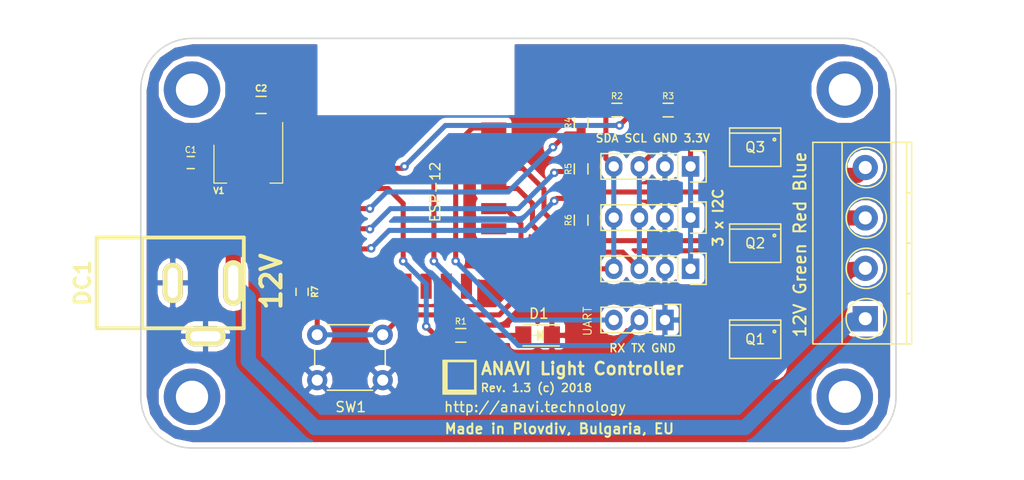
<source format=kicad_pcb>
(kicad_pcb (version 20211014) (generator pcbnew)
  (layers (0 "F.Cu" signal) (31 "B.Cu" signal) (34 "B.Paste" user) (35 "F.Paste" user) (36 "B.SilkS" user "B.Silkscreen") (37 "F.SilkS" user "F.Silkscreen") (38 "B.Mask" user) (39 "F.Mask" user) (44 "Edge.Cuts" user))
  (net 0 "")
  (net 1 "Net-(D1-Pad2)")
  (net 2 "GND")
  (net 3 "Net-(J1-Pad4)")
  (net 4 "Net-(J1-Pad3)")
  (net 5 "Net-(J1-Pad2)")
  (net 6 "+3V3")
  (net 7 "Net-(ESP-12-Pad13)")
  (net 8 "Net-(ESP-12-Pad14)")
  (net 9 "+12V")
  (net 10 "Net-(ESP-12-Pad5)")
  (net 11 "Net-(ESP-12-Pad6)")
  (net 12 "Net-(ESP-12-Pad7)")
  (net 13 "Net-(ESP-12-Pad15)")
  (net 14 "Net-(ESP-12-Pad16)")
  (net 15 "Net-(Q1-Pad4)")
  (net 16 "Net-(Q2-Pad4)")
  (net 17 "Net-(Q3-Pad4)")
  (net 18 "Net-(ESP-12-Pad4)")
  (net 19 "Net-(ESP-12-Pad12)")
  (footprint "w_conn_misc:dc_socket" (layer "F.Cu") (at 67.691 95.377 -90)
    (fp_text reference "DC1" (at 0 8.6995 -90) (layer "F.SilkS") (effects (font (size 1.524 1.524) (thickness 0.3048))))
    (fp_text value "dc_jack" hide)
    (fp_line (start -4.50088 7.29996) (end 4.50088 7.29996) (layer "F.SilkS") (width 0.381))
    (fp_line (start -4.50088 2.79908) (end 4.50088 2.79908) (layer "F.SilkS") (width 0.381))
    (fp_line (start -4.50088 -7.29996) (end -4.50088 7.29996) (layer "F.SilkS") (width 0.381))
    (fp_line (start 4.50088 7.29996) (end 4.50088 -7.29996) (layer "F.SilkS") (width 0.381))
    (fp_line (start 4.50088 -7.29996) (end -4.50088 -7.29996) (layer "F.SilkS") (width 0.381))
    (pad "1" thru_hole oval locked (at 5.30098 -3.50012 270) (size 1.99898 4.0005) (drill oval 1.00076 2.99974) (layers *.Cu *.Mask "F.SilkS") (net 2 "GND"))
    (pad "2" thru_hole oval locked (at 0 -0.24892 270) (size 4.0005 1.99898) (drill oval 2.99974 1.00076) (layers *.Cu *.Mask "F.SilkS") (net 2 "GND"))
    (pad "3" thru_hole oval locked (at 0 -6.25094 270) (size 4.50088 1.99898) (drill oval 3.50012 1.00076) (layers *.Cu *.Mask "F.SilkS") (net 9 "+12V"))
  )
  (footprint "LEDs:LED_1206" (layer "F.Cu") (at 104.14 100.584 180)
    (fp_text reference "D1" (at -0.127 2.159 180) (layer "F.SilkS"))
    (fp_text value "LED" hide)
    (fp_line (start -0.2 -0.2) (end -0.2 0.05) (layer "F.SilkS") (width 0.15))
    (fp_line (start -2.15 -1.05) (end 1.45 -1.05) (layer "F.SilkS") (width 0.15))
    (fp_line (start -2.15 1.05) (end 1.45 1.05) (layer "F.SilkS") (width 0.15))
    (fp_line (start 0 0.5) (end -0.5 0) (layer "F.SilkS") (width 0.15))
    (fp_line (start 0 -0.5) (end 0 0.5) (layer "F.SilkS") (width 0.15))
    (fp_line (start 0 0) (end 0.5 0) (layer "F.SilkS") (width 0.15))
    (fp_line (start -0.1 0.3) (end -0.4 0) (layer "F.SilkS") (width 0.15))
    (fp_line (start -0.2 0.05) (end -0.25 0) (layer "F.SilkS") (width 0.15))
    (fp_line (start -0.5 0) (end 0 -0.5) (layer "F.SilkS") (width 0.15))
    (fp_line (start -0.5 -0.5) (end -0.5 0.5) (layer "F.SilkS") (width 0.15))
    (fp_line (start -0.1 -0.3) (end -0.1 0.3) (layer "F.SilkS") (width 0.15))
    (fp_line (start -0.4 0) (end -0.2 -0.2) (layer "F.SilkS") (width 0.15))
    (pad "1" smd rect locked (at -1.41986 0) (size 1.59766 1.80086) (layers "F.Cu" "F.Paste" "F.Mask") (net 2 "GND"))
    (pad "2" smd rect locked (at 1.41986 0) (size 1.59766 1.80086) (layers "F.Cu" "F.Paste" "F.Mask") (net 1 "Net-(D1-Pad2)"))
  )
  (footprint "Terminal_Blocks:TerminalBlock_Pheonix_MKDS1.5-4pol" (layer "F.Cu") (at 136.652 98.933 90)
    (fp_text reference "J1" hide)
    (fp_text value "Screw_Terminal_1x04" hide)
    (fp_line (start 12.5 4.1) (end 12.5 4.6) (layer "F.SilkS") (width 0.15))
    (fp_line (start 17.5 4.6) (end 17.5 -5.2) (layer "F.SilkS") (width 0.15))
    (fp_line (start -2.5 2.6) (end 17.5 2.6) (layer "F.SilkS") (width 0.15))
    (fp_line (start -2.5 -5.2) (end -2.5 4.6) (layer "F.SilkS") (width 0.15))
    (fp_line (start -2.5 4.6) (end 17.5 4.6) (layer "F.SilkS") (width 0.15))
    (fp_line (start 7.5 4.1) (end 7.5 4.6) (layer "F.SilkS") (width 0.15))
    (fp_line (start 17.5 -5.2) (end -2.5 -5.2) (layer "F.SilkS") (width 0.15))
    (fp_line (start 2.5 4.1) (end 2.5 4.6) (layer "F.SilkS") (width 0.15))
    (fp_line (start -2.5 -2.3) (end 17.5 -2.3) (layer "F.SilkS") (width 0.15))
    (fp_line (start -2.5 4.1) (end 17.5 4.1) (layer "F.SilkS") (width 0.15))
    (fp_circle (center 0 0.1) (end 2 0.1) (layer "F.SilkS") (width 0.15) (fill none))
    (fp_circle (center 15 0.1) (end 13 0.1) (layer "F.SilkS") (width 0.15) (fill none))
    (fp_circle (center 10 0.1) (end 8 0.1) (layer "F.SilkS") (width 0.15) (fill none))
    (fp_circle (center 5 0.1) (end 3 0.1) (layer "F.SilkS") (width 0.15) (fill none))
    (pad "1" thru_hole rect locked (at 0 0 90) (size 2.5 2.5) (drill 1.3) (layers *.Cu *.Mask) (net 9 "+12V"))
    (pad "2" thru_hole circle locked (at 5 0 90) (size 2.5 2.5) (drill 1.3) (layers *.Cu *.Mask) (net 5 "Net-(J1-Pad2)"))
    (pad "3" thru_hole circle locked (at 10 0 90) (size 2.5 2.5) (drill 1.3) (layers *.Cu *.Mask) (net 4 "Net-(J1-Pad3)"))
    (pad "4" thru_hole circle locked (at 15 0 90) (size 2.5 2.5) (drill 1.3) (layers *.Cu *.Mask) (net 3 "Net-(J1-Pad4)"))
  )
  (footprint "Pin_Headers:Pin_Header_Straight_1x03" (layer "F.Cu") (at 116.7765 99.06 -90)
    (fp_text reference "P1" hide)
    (fp_text value "CONN_01X03" hide)
    (fp_line (start -1.27 1.27) (end -1.27 6.35) (layer "F.SilkS") (width 0.15))
    (fp_line (start -1.55 -1.55) (end 1.55 -1.55) (layer "F.SilkS") (width 0.15))
    (fp_line (start 1.55 -1.55) (end 1.55 0) (layer "F.SilkS") (width 0.15))
    (fp_line (start -1.55 0) (end -1.55 -1.55) (layer "F.SilkS") (width 0.15))
    (fp_line (start 1.27 1.27) (end -1.27 1.27) (layer "F.SilkS") (width 0.15))
    (fp_line (start -1.27 6.35) (end 1.27 6.35) (layer "F.SilkS") (width 0.15))
    (fp_line (start 1.27 6.35) (end 1.27 1.27) (layer "F.SilkS") (width 0.15))
    (pad "1" thru_hole rect locked (at 0 0 270) (size 2.032 1.7272) (drill 1.016) (layers *.Cu *.Mask) (net 2 "GND"))
    (pad "2" thru_hole oval locked (at 0 2.54 270) (size 2.032 1.7272) (drill 1.016) (layers *.Cu *.Mask) (net 14 "Net-(ESP-12-Pad16)"))
    (pad "3" thru_hole oval locked (at 0 5.08 270) (size 2.032 1.7272) (drill 1.016) (layers *.Cu *.Mask) (net 13 "Net-(ESP-12-Pad15)"))
  )
  (footprint "SO-8" (layer "F.Cu") (at 125.73 100.965 180)
    (fp_text reference "Q1" (at 0 0 180) (layer "F.SilkS"))
    (fp_text value "IRF8721PBF-1" hide)
    (fp_line (start -2.54 1.905) (end -2.54 -1.905) (layer "F.SilkS") (width 0.15))
    (fp_line (start -2.54 -1.905) (end 2.54 -1.905) (layer "F.SilkS") (width 0.15))
    (fp_line (start -2.54 1.397) (end 2.54 1.397) (layer "F.SilkS") (width 0.15))
    (fp_line (start -2.54 1.905) (end 2.54 1.905) (layer "F.SilkS") (width 0.15))
    (fp_line (start 2.54 1.905) (end 2.54 -1.905) (layer "F.SilkS") (width 0.15))
    (fp_circle (center -1.905 0.762) (end -1.778 0.762) (layer "F.SilkS") (width 0.15) (fill none))
    (pad "1" smd oval locked (at -1.905 2.794 180) (size 0.6096 1.4732) (layers "F.Cu" "F.Paste" "F.Mask") (net 2 "GND"))
    (pad "2" smd oval locked (at -0.635 2.794 180) (size 0.6096 1.4732) (layers "F.Cu" "F.Paste" "F.Mask") (net 2 "GND"))
    (pad "3" smd oval locked (at 0.635 2.794 180) (size 0.6096 1.4732) (layers "F.Cu" "F.Paste" "F.Mask") (net 2 "GND"))
    (pad "4" smd oval locked (at 1.905 2.794 180) (size 0.6096 1.4732) (layers "F.Cu" "F.Paste" "F.Mask") (net 15 "Net-(Q1-Pad4)"))
    (pad "5" smd oval locked (at 1.905 -2.794 180) (size 0.6096 1.4732) (layers "F.Cu" "F.Paste" "F.Mask") (net 5 "Net-(J1-Pad2)"))
    (pad "6" smd oval locked (at 0.635 -2.794 180) (size 0.6096 1.4732) (layers "F.Cu" "F.Paste" "F.Mask") (net 5 "Net-(J1-Pad2)"))
    (pad "7" smd oval locked (at -0.635 -2.794 180) (size 0.6096 1.4732) (layers "F.Cu" "F.Paste" "F.Mask") (net 5 "Net-(J1-Pad2)"))
    (pad "8" smd oval locked (at -1.905 -2.794 180) (size 0.6096 1.4732) (layers "F.Cu" "F.Paste" "F.Mask") (net 5 "Net-(J1-Pad2)"))
  )
  (footprint "SO-8" (layer "F.Cu") (at 125.73 91.44 180)
    (fp_text reference "Q2" (at 0 0 180) (layer "F.SilkS"))
    (fp_text value "IRF8721PBF-1" hide)
    (fp_line (start -2.54 1.397) (end 2.54 1.397) (layer "F.SilkS") (width 0.15))
    (fp_line (start 2.54 1.905) (end 2.54 -1.905) (layer "F.SilkS") (width 0.15))
    (fp_line (start -2.54 -1.905) (end 2.54 -1.905) (layer "F.SilkS") (width 0.15))
    (fp_line (start -2.54 1.905) (end -2.54 -1.905) (layer "F.SilkS") (width 0.15))
    (fp_line (start -2.54 1.905) (end 2.54 1.905) (layer "F.SilkS") (width 0.15))
    (fp_circle (center -1.905 0.762) (end -1.778 0.762) (layer "F.SilkS") (width 0.15) (fill none))
    (pad "1" smd oval locked (at -1.905 2.794 180) (size 0.6096 1.4732) (layers "F.Cu" "F.Paste" "F.Mask") (net 2 "GND"))
    (pad "2" smd oval locked (at -0.635 2.794 180) (size 0.6096 1.4732) (layers "F.Cu" "F.Paste" "F.Mask") (net 2 "GND"))
    (pad "3" smd oval locked (at 0.635 2.794 180) (size 0.6096 1.4732) (layers "F.Cu" "F.Paste" "F.Mask") (net 2 "GND"))
    (pad "4" smd oval locked (at 1.905 2.794 180) (size 0.6096 1.4732) (layers "F.Cu" "F.Paste" "F.Mask") (net 16 "Net-(Q2-Pad4)"))
    (pad "5" smd oval locked (at 1.905 -2.794 180) (size 0.6096 1.4732) (layers "F.Cu" "F.Paste" "F.Mask") (net 4 "Net-(J1-Pad3)"))
    (pad "6" smd oval locked (at 0.635 -2.794 180) (size 0.6096 1.4732) (layers "F.Cu" "F.Paste" "F.Mask") (net 4 "Net-(J1-Pad3)"))
    (pad "7" smd oval locked (at -0.635 -2.794 180) (size 0.6096 1.4732) (layers "F.Cu" "F.Paste" "F.Mask") (net 4 "Net-(J1-Pad3)"))
    (pad "8" smd oval locked (at -1.905 -2.794 180) (size 0.6096 1.4732) (layers "F.Cu" "F.Paste" "F.Mask") (net 4 "Net-(J1-Pad3)"))
  )
  (footprint "SO-8" (layer "F.Cu") (at 125.73 81.915 180)
    (fp_text reference "Q3" (at 0 0 180) (layer "F.SilkS"))
    (fp_text value "IRF8721PBF-1" hide)
    (fp_line (start -2.54 1.905) (end -2.54 -1.905) (layer "F.SilkS") (width 0.15))
    (fp_line (start -2.54 1.905) (end 2.54 1.905) (layer "F.SilkS") (width 0.15))
    (fp_line (start 2.54 1.905) (end 2.54 -1.905) (layer "F.SilkS") (width 0.15))
    (fp_line (start -2.54 1.397) (end 2.54 1.397) (layer "F.SilkS") (width 0.15))
    (fp_line (start -2.54 -1.905) (end 2.54 -1.905) (layer "F.SilkS") (width 0.15))
    (fp_circle (center -1.905 0.762) (end -1.778 0.762) (layer "F.SilkS") (width 0.15) (fill none))
    (pad "1" smd oval locked (at -1.905 2.794 180) (size 0.6096 1.4732) (layers "F.Cu" "F.Paste" "F.Mask") (net 2 "GND"))
    (pad "2" smd oval locked (at -0.635 2.794 180) (size 0.6096 1.4732) (layers "F.Cu" "F.Paste" "F.Mask") (net 2 "GND"))
    (pad "3" smd oval locked (at 0.635 2.794 180) (size 0.6096 1.4732) (layers "F.Cu" "F.Paste" "F.Mask") (net 2 "GND"))
    (pad "4" smd oval locked (at 1.905 2.794 180) (size 0.6096 1.4732) (layers "F.Cu" "F.Paste" "F.Mask") (net 17 "Net-(Q3-Pad4)"))
    (pad "5" smd oval locked (at 1.905 -2.794 180) (size 0.6096 1.4732) (layers "F.Cu" "F.Paste" "F.Mask") (net 3 "Net-(J1-Pad4)"))
    (pad "6" smd oval locked (at 0.635 -2.794 180) (size 0.6096 1.4732) (layers "F.Cu" "F.Paste" "F.Mask") (net 3 "Net-(J1-Pad4)"))
    (pad "7" smd oval locked (at -0.635 -2.794 180) (size 0.6096 1.4732) (layers "F.Cu" "F.Paste" "F.Mask") (net 3 "Net-(J1-Pad4)"))
    (pad "8" smd oval locked (at -1.905 -2.794 180) (size 0.6096 1.4732) (layers "F.Cu" "F.Paste" "F.Mask") (net 3 "Net-(J1-Pad4)"))
  )
  (footprint "Resistors_SMD:R_0603_HandSoldering" (layer "F.Cu") (at 96.52 100.584)
    (fp_text reference "R1" (at 0 -1.397) (layer "F.SilkS") (effects (font (size 0.6 0.6) (thickness 0.1))))
    (fp_text value "68R")
    (fp_line (start -0.5 -0.675) (end 0.5 -0.675) (layer "F.SilkS") (width 0.15))
    (fp_line (start 0.5 0.675) (end -0.5 0.675) (layer "F.SilkS") (width 0.15))
    (pad "1" smd rect locked (at -1.1 0) (size 1.2 0.9) (layers "F.Cu" "F.Paste" "F.Mask") (net 18 "Net-(ESP-12-Pad4)"))
    (pad "2" smd rect locked (at 1.1 0) (size 1.2 0.9) (layers "F.Cu" "F.Paste" "F.Mask") (net 1 "Net-(D1-Pad2)"))
  )
  (footprint "Resistors_SMD:R_0603_HandSoldering" (layer "F.Cu") (at 112.014 78.232 180)
    (fp_text reference "R2" (at 0 1.397 180) (layer "F.SilkS") (effects (font (size 0.6 0.6) (thickness 0.1))))
    (fp_text value "4,7K")
    (fp_line (start 0.5 0.675) (end -0.5 0.675) (layer "F.SilkS") (width 0.15))
    (fp_line (start -0.5 -0.675) (end 0.5 -0.675) (layer "F.SilkS") (width 0.15))
    (pad "1" smd rect locked (at -1.1 0 180) (size 1.2 0.9) (layers "F.Cu" "F.Paste" "F.Mask") (net 6 "+3V3"))
    (pad "2" smd rect locked (at 1.1 0 180) (size 1.2 0.9) (layers "F.Cu" "F.Paste" "F.Mask") (net 7 "Net-(ESP-12-Pad13)"))
  )
  (footprint "Resistors_SMD:R_0603_HandSoldering" (layer "F.Cu") (at 117.094 78.232 180)
    (fp_text reference "R3" (at 0 1.397 180) (layer "F.SilkS") (effects (font (size 0.6 0.6) (thickness 0.1))))
    (fp_text value "4,7K")
    (fp_line (start -0.5 -0.675) (end 0.5 -0.675) (layer "F.SilkS") (width 0.15))
    (fp_line (start 0.5 0.675) (end -0.5 0.675) (layer "F.SilkS") (width 0.15))
    (pad "1" smd rect locked (at -1.1 0 180) (size 1.2 0.9) (layers "F.Cu" "F.Paste" "F.Mask") (net 6 "+3V3"))
    (pad "2" smd rect locked (at 1.1 0 180) (size 1.2 0.9) (layers "F.Cu" "F.Paste" "F.Mask") (net 8 "Net-(ESP-12-Pad14)"))
  )
  (footprint "Buttons_Switches_ThroughHole:SW_PUSH_6mm_h4.3mm" (layer "F.Cu") (at 88.773 105.029 180)
    (fp_text reference "SW1" (at 3.175 -2.667) (layer "F.SilkS"))
    (fp_text value "SW_DIP_x01" hide)
    (fp_line (start 5.5 -1) (end 1 -1) (layer "F.SilkS") (width 0.15))
    (fp_line (start 6.75 3) (end 6.75 1.5) (layer "F.SilkS") (width 0.15))
    (fp_line (start -0.25 1.5) (end -0.25 3) (layer "F.SilkS") (width 0.15))
    (fp_line (start 1 5.5) (end 5.5 5.5) (layer "F.SilkS") (width 0.15))
    (pad "1" thru_hole circle locked (at 6.5 0 270) (size 2 2) (drill 1.1) (layers *.Cu *.Mask) (net 2 "GND"))
    (pad "1" thru_hole circle locked (at 0 0 270) (size 2 2) (drill 1.1) (layers *.Cu *.Mask) (net 2 "GND"))
    (pad "2" thru_hole circle locked (at 0 4.5 270) (size 2 2) (drill 1.1) (layers *.Cu *.Mask) (net 19 "Net-(ESP-12-Pad12)"))
    (pad "2" thru_hole circle locked (at 6.5 4.5 270) (size 2 2) (drill 1.1) (layers *.Cu *.Mask) (net 19 "Net-(ESP-12-Pad12)"))
  )
  (footprint "Pin_Headers:Pin_Header_Straight_1x04" (layer "F.Cu") (at 119.3165 93.98 -90)
    (fp_text reference "U1" hide)
    (fp_text value "I2C_SENS_1" hide)
    (fp_line (start -1.55 0) (end -1.55 -1.55) (layer "F.SilkS") (width 0.15))
    (fp_line (start 1.27 1.27) (end -1.27 1.27) (layer "F.SilkS") (width 0.15))
    (fp_line (start -1.55 -1.55) (end 1.55 -1.55) (layer "F.SilkS") (width 0.15))
    (fp_line (start -1.27 8.89) (end 1.27 8.89) (layer "F.SilkS") (width 0.15))
    (fp_line (start 1.55 -1.55) (end 1.55 0) (layer "F.SilkS") (width 0.15))
    (fp_line (start 1.27 1.27) (end 1.27 8.89) (layer "F.SilkS") (width 0.15))
    (fp_line (start -1.27 1.27) (end -1.27 8.89) (layer "F.SilkS") (width 0.15))
    (pad "1" thru_hole rect locked (at 0 0 270) (size 2.032 1.7272) (drill 1.016) (layers *.Cu *.Mask) (net 6 "+3V3"))
    (pad "2" thru_hole oval locked (at 0 2.54 270) (size 2.032 1.7272) (drill 1.016) (layers *.Cu *.Mask) (net 2 "GND"))
    (pad "3" thru_hole oval locked (at 0 5.08 270) (size 2.032 1.7272) (drill 1.016) (layers *.Cu *.Mask) (net 8 "Net-(ESP-12-Pad14)"))
    (pad "4" thru_hole oval locked (at 0 7.62 270) (size 2.032 1.7272) (drill 1.016) (layers *.Cu *.Mask) (net 7 "Net-(ESP-12-Pad13)"))
  )
  (footprint "Pin_Headers:Pin_Header_Straight_1x04" (layer "F.Cu") (at 119.3165 88.9 -90)
    (fp_text reference "U2" hide)
    (fp_text value "I2C_SENS_1" hide)
    (fp_line (start 1.27 1.27) (end 1.27 8.89) (layer "F.SilkS") (width 0.15))
    (fp_line (start 1.55 -1.55) (end 1.55 0) (layer "F.SilkS") (width 0.15))
    (fp_line (start -1.55 0) (end -1.55 -1.55) (layer "F.SilkS") (width 0.15))
    (fp_line (start -1.27 8.89) (end 1.27 8.89) (layer "F.SilkS") (width 0.15))
    (fp_line (start -1.55 -1.55) (end 1.55 -1.55) (layer "F.SilkS") (width 0.15))
    (fp_line (start -1.27 1.27) (end -1.27 8.89) (layer "F.SilkS") (width 0.15))
    (fp_line (start 1.27 1.27) (end -1.27 1.27) (layer "F.SilkS") (width 0.15))
    (pad "1" thru_hole rect locked (at 0 0 270) (size 2.032 1.7272) (drill 1.016) (layers *.Cu *.Mask) (net 6 "+3V3"))
    (pad "2" thru_hole oval locked (at 0 2.54 270) (size 2.032 1.7272) (drill 1.016) (layers *.Cu *.Mask) (net 2 "GND"))
    (pad "3" thru_hole oval locked (at 0 5.08 270) (size 2.032 1.7272) (drill 1.016) (layers *.Cu *.Mask) (net 8 "Net-(ESP-12-Pad14)"))
    (pad "4" thru_hole oval locked (at 0 7.62 270) (size 2.032 1.7272) (drill 1.016) (layers *.Cu *.Mask) (net 7 "Net-(ESP-12-Pad13)"))
  )
  (footprint "Pin_Headers:Pin_Header_Straight_1x04" (layer "F.Cu") (at 119.3165 83.82 -90)
    (fp_text reference "U3" hide)
    (fp_text value "I2C_SENS_1" hide)
    (fp_line (start -1.55 -1.55) (end 1.55 -1.55) (layer "F.SilkS") (width 0.15))
    (fp_line (start -1.27 1.27) (end -1.27 8.89) (layer "F.SilkS") (width 0.15))
    (fp_line (start -1.55 0) (end -1.55 -1.55) (layer "F.SilkS") (width 0.15))
    (fp_line (start 1.55 -1.55) (end 1.55 0) (layer "F.SilkS") (width 0.15))
    (fp_line (start 1.27 1.27) (end -1.27 1.27) (layer "F.SilkS") (width 0.15))
    (fp_line (start -1.27 8.89) (end 1.27 8.89) (layer "F.SilkS") (width 0.15))
    (fp_line (start 1.27 1.27) (end 1.27 8.89) (layer "F.SilkS") (width 0.15))
    (pad "1" thru_hole rect locked (at 0 0 270) (size 2.032 1.7272) (drill 1.016) (layers *.Cu *.Mask) (net 6 "+3V3"))
    (pad "2" thru_hole oval locked (at 0 2.54 270) (size 2.032 1.7272) (drill 1.016) (layers *.Cu *.Mask) (net 2 "GND"))
    (pad "3" thru_hole oval locked (at 0 5.08 270) (size 2.032 1.7272) (drill 1.016) (layers *.Cu *.Mask) (net 8 "Net-(ESP-12-Pad14)"))
    (pad "4" thru_hole oval locked (at 0 7.62 270) (size 2.032 1.7272) (drill 1.016) (layers *.Cu *.Mask) (net 7 "Net-(ESP-12-Pad13)"))
  )
  (footprint "Capacitors_SMD:C_0603_HandSoldering" (layer "F.Cu") (at 69.723 83.439 180)
    (fp_text reference "C1" (at 0 1.27 180) (layer "F.SilkS") (effects (font (size 0.6 0.6) (thickness 0.1))))
    (fp_text value "100nF" hide)
    (fp_line (start -0.35 -0.6) (end 0.35 -0.6) (layer "F.SilkS") (width 0.15))
    (fp_line (start 0.35 0.6) (end -0.35 0.6) (layer "F.SilkS") (width 0.15))
    (pad "1" smd rect locked (at -0.95 0 180) (size 1.2 0.75) (layers "F.Cu" "F.Paste" "F.Mask") (net 9 "+12V"))
    (pad "2" smd rect locked (at 0.95 0 180) (size 1.2 0.75) (layers "F.Cu" "F.Paste" "F.Mask") (net 2 "GND"))
  )
  (footprint "Mounting_Holes:MountingHole_3.2mm_M3_DIN965_Pad" (layer "F.Cu") (at 134.62 76.2)
    (fp_text reference "REF**" hide)
    (fp_text value "MountingHole_3.2mm_M3_DIN965_Pad" hide)
    (pad "2" thru_hole circle locked (at 0 0) (size 5.6 5.6) (drill 3.2) (layers *.Cu *.Mask))
  )
  (footprint "Mounting_Holes:MountingHole_3.2mm_M3_DIN965_Pad" (layer "F.Cu") (at 69.85 76.2)
    (fp_text reference "REF**" hide)
    (fp_text value "MountingHole_3.2mm_M3_DIN965_Pad" hide)
    (pad "1" thru_hole circle locked (at 0 0) (size 5.6 5.6) (drill 3.2) (layers *.Cu *.Mask))
  )
  (footprint "Mounting_Holes:MountingHole_3.2mm_M3_DIN965_Pad" (layer "F.Cu") (at 69.85 106.68)
    (fp_text reference "REF**" hide)
    (fp_text value "MountingHole_3.2mm_M3_DIN965_Pad" hide)
    (pad "4" thru_hole circle locked (at 0 0) (size 5.6 5.6) (drill 3.2) (layers *.Cu *.Mask))
  )
  (footprint "Mounting_Holes:MountingHole_3.2mm_M3_DIN965_Pad" (layer "F.Cu") (at 134.62 106.68)
    (fp_text reference "REF**" hide)
    (fp_text value "MountingHole_3.2mm_M3_DIN965_Pad" hide)
    (pad "3" thru_hole circle locked (at 0 0) (size 5.6 5.6) (drill 3.2) (layers *.Cu *.Mask))
  )
  (footprint "Resistors_SMD:R_0603_HandSoldering" (layer "F.Cu") (at 108.458 79.502 -90)
    (fp_text reference "R4" (at 0 1.27 -90) (layer "F.SilkS") (effects (font (size 0.6 0.6) (thickness 0.1))))
    (fp_text value "220R" hide)
    (fp_line (start 0.5 0.675) (end -0.5 0.675) (layer "F.SilkS") (width 0.15))
    (fp_line (start -0.5 -0.675) (end 0.5 -0.675) (layer "F.SilkS") (width 0.15))
    (pad "1" smd rect locked (at -1.1 0 270) (size 1.2 0.9) (layers "F.Cu" "F.Paste" "F.Mask") (net 17 "Net-(Q3-Pad4)"))
    (pad "2" smd rect locked (at 1.1 0 270) (size 1.2 0.9) (layers "F.Cu" "F.Paste" "F.Mask") (net 10 "Net-(ESP-12-Pad5)"))
  )
  (footprint "Resistors_SMD:R_0603_HandSoldering" (layer "F.Cu") (at 108.458 84.074 90)
    (fp_text reference "R5" (at 0 -1.27 90) (layer "F.SilkS") (effects (font (size 0.6 0.6) (thickness 0.1))))
    (fp_text value "220R" hide)
    (fp_line (start -0.5 -0.675) (end 0.5 -0.675) (layer "F.SilkS") (width 0.15))
    (fp_line (start 0.5 0.675) (end -0.5 0.675) (layer "F.SilkS") (width 0.15))
    (pad "1" smd rect locked (at -1.1 0 90) (size 1.2 0.9) (layers "F.Cu" "F.Paste" "F.Mask") (net 16 "Net-(Q2-Pad4)"))
    (pad "2" smd rect locked (at 1.1 0 90) (size 1.2 0.9) (layers "F.Cu" "F.Paste" "F.Mask") (net 11 "Net-(ESP-12-Pad6)"))
  )
  (footprint "Resistors_SMD:R_0603_HandSoldering" (layer "F.Cu") (at 108.458 89.154 90)
    (fp_text reference "R6" (at 0 -1.27 90) (layer "F.SilkS") (effects (font (size 0.6 0.6) (thickness 0.1))))
    (fp_text value "220R" hide)
    (fp_line (start 0.5 0.675) (end -0.5 0.675) (layer "F.SilkS") (width 0.15))
    (fp_line (start -0.5 -0.675) (end 0.5 -0.675) (layer "F.SilkS") (width 0.15))
    (pad "1" smd rect locked (at -1.1 0 90) (size 1.2 0.9) (layers "F.Cu" "F.Paste" "F.Mask") (net 15 "Net-(Q1-Pad4)"))
    (pad "2" smd rect locked (at 1.1 0 90) (size 1.2 0.9) (layers "F.Cu" "F.Paste" "F.Mask") (net 12 "Net-(ESP-12-Pad7)"))
  )
  (footprint "logo:anavi-logo" (layer "F.Cu") (at 96.393 104.775)
    (fp_text reference "G***" hide)
    (fp_text value "LOGO" hide)
    (fp_poly (pts (xy 1.693334 1.693334) (xy -1.693333 1.693334) (xy -1.693333 -1.524) (xy -1.185333 -1.524) (xy -1.185333 1.185334) (xy 1.439334 1.185334) (xy 1.439334 -1.524) (xy -1.185333 -1.524) (xy -1.693333 -1.524) (xy -1.693333 -1.778) (xy 1.693334 -1.778) (xy 1.693334 1.693334)) (layer "F.SilkS") (width 0.01) (fill solid))
  )
  (footprint "SOT-223" (layer "F.Cu") (at 75.438 83.566 -90)
    (fp_text reference "V1" (at 2.667 2.921) (layer "F.SilkS") (effects (font (size 0.6 0.6))))
    (fp_text value "LD1117S33TR" hide)
    (fp_line (start 1.91 3.41) (end 1.91 2.15) (layer "F.SilkS") (width 0.12))
    (fp_line (start -1.85 3.41) (end 1.91 3.41) (layer "F.SilkS") (width 0.12))
    (fp_line (start 1.91 -3.41) (end 1.91 -2.15) (layer "F.SilkS") (width 0.12))
    (fp_line (start -4.1 -3.41) (end 1.91 -3.41) (layer "F.SilkS") (width 0.12))
    (pad "1" smd rect locked (at -3.15 -2.3 270) (size 2 1.5) (layers "F.Cu" "F.Paste" "F.Mask") (net 2 "GND"))
    (pad "2" smd rect locked (at -3.15 0 270) (size 2 1.5) (layers "F.Cu" "F.Paste" "F.Mask") (net 6 "+3V3"))
    (pad "3" smd rect locked (at -3.15 2.3 270) (size 2 1.5) (layers "F.Cu" "F.Paste" "F.Mask") (net 9 "+12V"))
    (pad "4" smd rect locked (at 3.15 0 270) (size 2 3.8) (layers "F.Cu" "F.Paste" "F.Mask"))
  )
  (footprint "Capacitors_SMD:C_0805_HandSoldering" (layer "F.Cu") (at 76.708 77.724 180)
    (fp_text reference "C2" (at 0 1.651 180) (layer "F.SilkS") (effects (font (size 0.6 0.6))))
    (fp_text value "10uF" hide)
    (fp_line (start 0.5 -0.85) (end -0.5 -0.85) (layer "F.SilkS") (width 0.15))
    (fp_line (start -0.5 0.85) (end 0.5 0.85) (layer "F.SilkS") (width 0.15))
    (pad "1" smd rect locked (at -1.25 0 180) (size 1.5 1.25) (layers "F.Cu" "F.Paste" "F.Mask") (net 6 "+3V3"))
    (pad "2" smd rect locked (at 1.25 0 180) (size 1.5 1.25) (layers "F.Cu" "F.Paste" "F.Mask") (net 2 "GND"))
  )
  (footprint "Capacitors_SMD:C_0603_HandSoldering" (layer "F.Cu") (at 80.772 96.266 90)
    (fp_text reference "R7" (at 0 1.27 270) (layer "F.SilkS") (effects (font (size 0.6 0.6))))
    (fp_text value "2K")
    (fp_line (start -0.35 -0.6) (end 0.35 -0.6) (layer "F.SilkS") (width 0.15))
    (fp_line (start 0.35 0.6) (end -0.35 0.6) (layer "F.SilkS") (width 0.15))
    (pad "1" smd rect locked (at -0.95 0 90) (size 1.2 0.75) (layers "F.Cu" "F.Paste" "F.Mask") (net 19 "Net-(ESP-12-Pad12)"))
    (pad "2" smd rect locked (at 0.95 0 90) (size 1.2 0.75) (layers "F.Cu" "F.Paste" "F.Mask") (net 6 "+3V3"))
  )
  (footprint "ESP-12E_SMD" (layer "F.Cu") (at 85.09 80.01)
    (fp_text reference "ESP-12" (at 8.89 6.35 90) (layer "F.SilkS"))
    (fp_text value "ESP-12E" hide)
    (pad "1" smd rect locked (at 0 0) (size 2.5 1.1) (drill (offset -0.7 0)) (layers "F.Cu" "F.Paste" "F.Mask"))
    (pad "2" smd rect locked (at 0 2) (size 2.5 1.1) (drill (offset -0.7 0)) (layers "F.Cu" "F.Paste" "F.Mask"))
    (pad "3" smd rect locked (at 0 4) (size 2.5 1.1) (drill (offset -0.7 0)) (layers "F.Cu" "F.Paste" "F.Mask") (net 6 "+3V3"))
    (pad "4" smd rect locked (at 0 6) (size 2.5 1.1) (drill (offset -0.7 0)) (layers "F.Cu" "F.Paste" "F.Mask") (net 18 "Net-(ESP-12-Pad4)"))
    (pad "5" smd rect locked (at 0 8) (size 2.5 1.1) (drill (offset -0.7 0)) (layers "F.Cu" "F.Paste" "F.Mask") (net 10 "Net-(ESP-12-Pad5)"))
    (pad "6" smd rect locked (at 0 10) (size 2.5 1.1) (drill (offset -0.7 0)) (layers "F.Cu" "F.Paste" "F.Mask") (net 11 "Net-(ESP-12-Pad6)"))
    (pad "7" smd rect locked (at 0 12) (size 2.5 1.1) (drill (offset -0.7 0)) (layers "F.Cu" "F.Paste" "F.Mask") (net 12 "Net-(ESP-12-Pad7)"))
    (pad "8" smd rect locked (at 0 14) (size 2.5 1.1) (drill (offset -0.7 0)) (layers "F.Cu" "F.Paste" "F.Mask") (net 6 "+3V3"))
    (pad "9" smd rect locked (at 14 14) (size 2.5 1.1) (drill (offset 0.7 0)) (layers "F.Cu" "F.Paste" "F.Mask") (net 2 "GND"))
    (pad "10" smd rect locked (at 14 12) (size 2.5 1.1) (drill (offset 0.7 0)) (layers "F.Cu" "F.Paste" "F.Mask") (net 2 "GND"))
    (pad "11" smd rect locked (at 14 10) (size 2.5 1.1) (drill (offset 0.7 0)) (layers "F.Cu" "F.Paste" "F.Mask"))
    (pad "12" smd rect locked (at 14 8) (size 2.5 1.1) (drill (offset 0.7 0)) (layers "F.Cu" "F.Paste" "F.Mask") (net 19 "Net-(ESP-12-Pad12)"))
    (pad "13" smd rect locked (at 14 6) (size 2.5 1.1) (drill (offset 0.7 0)) (layers "F.Cu" "F.Paste" "F.Mask") (net 7 "Net-(ESP-12-Pad13)"))
    (pad "14" smd rect locked (at 14 4) (size 2.5 1.1) (drill (offset 0.7 0)) (layers "F.Cu" "F.Paste" "F.Mask") (net 8 "Net-(ESP-12-Pad14)"))
    (pad "15" smd rect locked (at 14 2) (size 2.5 1.1) (drill (offset 0.7 0)) (layers "F.Cu" "F.Paste" "F.Mask") (net 13 "Net-(ESP-12-Pad15)"))
    (pad "16" smd rect locked (at 14 0) (size 2.5 1.1) (drill (offset 0.7 0)) (layers "F.Cu" "F.Paste" "F.Mask") (net 14 "Net-(ESP-12-Pad16)"))
    (pad "17" smd rect locked (at 1.99 15 90) (size 2.5 1.1) (drill (offset -0.7 0)) (layers "F.Cu" "F.Paste" "F.Mask"))
    (pad "18" smd rect locked (at 3.99 15 90) (size 2.5 1.1) (drill (offset -0.7 0)) (layers "F.Cu" "F.Paste" "F.Mask"))
    (pad "19" smd rect locked (at 5.99 15 90) (size 2.5 1.1) (drill (offset -0.7 0)) (layers "F.Cu" "F.Paste" "F.Mask"))
    (pad "20" smd rect locked (at 7.99 15 90) (size 2.5 1.1) (drill (offset -0.7 0)) (layers "F.Cu" "F.Paste" "F.Mask"))
    (pad "21" smd rect locked (at 9.99 15 90) (size 2.5 1.1) (drill (offset -0.7 0)) (layers "F.Cu" "F.Paste" "F.Mask"))
    (pad "22" smd rect locked (at 11.99 15 90) (size 2.5 1.1) (drill (offset -0.7 0)) (layers "F.Cu" "F.Paste" "F.Mask"))
  )
  (gr_line (start 69.85 71.12) (end 134.62 71.12) (layer "Edge.Cuts") (width 0.15))
  (gr_line (start 69.85 111.76) (end 134.62 111.76) (layer "Edge.Cuts") (width 0.15))
  (gr_arc (start 69.85 111.76) (mid 66.257898 110.272102) (end 64.77 106.68) (layer "Edge.Cuts") (width 0.15))
  (gr_arc (start 139.7 106.68) (mid 138.212102 110.272102) (end 134.62 111.76) (layer "Edge.Cuts") (width 0.15))
  (gr_arc (start 134.62 71.12) (mid 138.212102 72.607898) (end 139.7 76.2) (layer "Edge.Cuts") (width 0.15))
  (gr_line (start 64.77 106.68) (end 64.77 76.2) (layer "Edge.Cuts") (width 0.15))
  (gr_line (start 139.7 106.68) (end 139.7 76.2) (layer "Edge.Cuts") (width 0.15))
  (gr_arc (start 64.77 76.2) (mid 66.257898 72.607898) (end 69.85 71.12) (layer "Edge.Cuts") (width 0.15))
  (gr_text "ANAVI Light Controller" (at 108.585 103.886) (layer "F.SilkS") (effects (font (size 1.2 1.2) (thickness 0.25))))
  (gr_text "SDA SCL GND 3.3V" (at 115.57 81.026) (layer "F.SilkS") (effects (font (size 0.8 0.8))))
  (gr_text "UART" (at 109.093 99.187 90) (layer "F.SilkS") (effects (font (size 0.8 0.8) (thickness 0.1))))
  (gr_text "Made in Plovdiv, Bulgaria, EU" (at 106.299 109.855) (layer "F.SilkS") (effects (font (size 1 1) (thickness 0.2))))
  (gr_text "12V Green Red Blue" (at 130.175 91.567 90) (layer "F.SilkS") (effects (font (size 1.2 1.2) (thickness 0.2))))
  (gr_text "Rev. 1.3 (c) 2018" (at 104.013 105.791) (layer "F.SilkS") (effects (font (size 0.8 0.8))))
  (gr_text "http://anavi.technology" (at 103.886 107.696) (layer "F.SilkS") (effects (font (size 1 1))))
  (gr_text "12V" (at 77.724 95.25 90) (layer "F.SilkS") (effects (font (size 2 2) (thickness 0.4))))
  (gr_text "3 x I2C" (at 122.047 88.9 90) (layer "F.SilkS") (effects (font (size 1 1) (thickness 0.2))))
  (gr_text "RX TX GND" (at 114.554 101.854) (layer "F.SilkS") (effects (font (size 0.8 0.8))))
  (segment (start 97.62 100.584) (end 102.72014 100.584) (width 0.5) (layer "F.Cu") (net 1))
  (segment (start 135.876 84.709) (end 136.652 83.933) (width 1.5) (layer "F.Cu") (net 3))
  (segment (start 125.095 84.709) (end 126.365 84.709) (width 1.5) (layer "F.Cu") (net 3))
  (segment (start 126.365 84.709) (end 127.635 84.709) (width 1.5) (layer "F.Cu") (net 3))
  (segment (start 127.635 84.709) (end 135.876 84.709) (width 1.5) (layer "F.Cu") (net 3))
  (segment (start 123.825 84.709) (end 125.095 84.709) (width 1.5) (layer "F.Cu") (net 3))
  (segment (start 123.825 84.709) (end 127.635 84.709) (width 0.5) (layer "F.Cu") (net 3))
  (segment (start 132.936 88.933) (end 127.635 94.234) (width 1.5) (layer "F.Cu") (net 4))
  (segment (start 126.365 94.234) (end 127.635 94.234) (width 1.5) (layer "F.Cu") (net 4))
  (segment (start 125.095 94.234) (end 126.365 94.234) (width 1.5) (layer "F.Cu") (net 4))
  (segment (start 136.652 88.933) (end 132.936 88.933) (width 1.5) (layer "F.Cu") (net 4))
  (segment (start 123.825 94.234) (end 125.095 94.234) (width 1.5) (layer "F.Cu") (net 4))
  (segment (start 127.635 94.234) (end 127.635 94.107) (width 1) (layer "F.Cu") (net 4))
  (segment (start 127.635 101.6) (end 135.175 94.06) (width 1.5) (layer "F.Cu") (net 5))
  (segment (start 135.175 94.06) (end 136.652 93.933) (width 1.5) (layer "F.Cu") (net 5))
  (segment (start 125.095 103.759) (end 126.365 103.759) (width 1.5) (layer "F.Cu") (net 5))
  (segment (start 123.825 103.759) (end 125.095 103.759) (width 1.5) (layer "F.Cu") (net 5))
  (segment (start 127.635 103.759) (end 127.635 101.6) (width 1.5) (layer "F.Cu") (net 5))
  (segment (start 126.365 103.759) (end 127.635 103.759) (width 1.5) (layer "F.Cu") (net 5))
  (segment (start 119.21 83.7135) (end 119.3165 83.82) (width 0.5) (layer "F.Cu") (net 6))
  (segment (start 119.3165 79.3545) (end 118.194 78.232) (width 0.5) (layer "F.Cu") (net 6))
  (segment (start 113.114 77.386) (end 114.046 76.454) (width 0.5) (layer "F.Cu") (net 6))
  (segment (start 114.046 76.454) (end 116.416 76.454) (width 0.5) (layer "F.Cu") (net 6))
  (segment (start 116.416 76.454) (end 118.194 78.232) (width 0.5) (layer "F.Cu") (net 6))
  (segment (start 75.438 80.117) (end 77.958 77.724) (width 0.5) (layer "F.Cu") (net 6))
  (segment (start 90.742 84.01) (end 90.932 83.82) (width 0.5) (layer "F.Cu") (net 6))
  (segment (start 112.268 79.756) (end 113.114 78.91) (width 0.5) (layer "F.Cu") (net 6))
  (segment (start 113.114 78.91) (end 113.114 78.232) (width 0.5) (layer "F.Cu") (net 6))
  (segment (start 80.137 77.724) (end 82.042 79.629) (width 0.5) (layer "F.Cu") (net 6))
  (segment (start 82.042 79.629) (end 82.042 83.439) (width 0.5) (layer "F.Cu") (net 6))
  (segment (start 82.042 83.439) (end 82.613 84.01) (width 0.5) (layer "F.Cu") (net 6))
  (segment (start 82.613 84.01) (end 85.09 84.01) (width 0.5) (layer "F.Cu") (net 6))
  (segment (start 82.58 94.01) (end 80.264 91.694) (width 0.5) (layer "F.Cu") (net 6))
  (segment (start 80.264 91.694) (end 80.264 79.375) (width 0.5) (layer "F.Cu") (net 6))
  (segment (start 80.264 79.375) (end 78.613 77.724) (width 0.5) (layer "F.Cu") (net 6))
  (segment (start 78.613 77.724) (end 77.958 77.724) (width 0.5) (layer "F.Cu") (net 6))
  (segment (start 83.784 95.316) (end 85.09 94.01) (width 0.5) (layer "F.Cu") (net 6))
  (segment (start 113.114 78.232) (end 113.114 77.386) (width 0.5) (layer "F.Cu") (net 6))
  (segment (start 75.438 80.416) (end 75.438 79.863) (width 0.5) (layer "F.Cu") (net 6))
  (segment (start 85.09 84.01) (end 90.742 84.01) (width 0.5) (layer "F.Cu") (net 6))
  (segment (start 119.3165 83.82) (end 119.3165 79.3545) (width 0.5) (layer "F.Cu") (net 6))
  (segment (start 80.772 95.316) (end 83.784 95.316) (width 0.5) (layer "F.Cu") (net 6))
  (segment (start 85.09 94.01) (end 82.58 94.01) (width 0.5) (layer "F.Cu") (net 6))
  (segment (start 77.958 77.724) (end 78.359 77.724) (width 0.5) (layer "F.Cu") (net 6))
  (segment (start 75.438 80.416) (end 75.438 80.117) (width 0.5) (layer "F.Cu") (net 6))
  (segment (start 77.958 77.724) (end 78.3925 77.724) (width 0.5) (layer "F.Cu") (net 6))
  (segment (start 77.958 77.724) (end 80.137 77.724) (width 0.5) (layer "F.Cu") (net 6))
  (segment (start 113.114 78.232) (end 113.114 78.062) (width 0.5) (layer "F.Cu") (net 6))
  (segment (start 75.438 80.416) (end 75.438 79.817) (width 0.5) (layer "F.Cu") (net 6))
  (via (at 90.932 83.82) (size 0.85) (drill 0.4) (layers "F.Cu" "B.Cu") (net 6))
  (via (at 112.268 79.756) (size 0.85) (drill 0.4) (layers "F.Cu" "B.Cu") (net 6))
  (segment (start 119.3165 88.9) (end 119.3165 93.98) (width 0.5) (layer "B.Cu") (net 6))
  (segment (start 90.932 83.82) (end 94.996 79.756) (width 0.5) (layer "B.Cu") (net 6))
  (segment (start 94.996 79.756) (end 112.268 79.756) (width 0.5) (layer "B.Cu") (net 6))
  (segment (start 119.3165 83.82) (end 119.3165 88.9) (width 0.5) (layer "B.Cu") (net 6))
  (segment (start 111.676 83.7995) (end 111.6965 83.82) (width 0.5) (layer "F.Cu") (net 7))
  (segment (start 110.914 83.0375) (end 111.6965 83.82) (width 0.5) (layer "F.Cu") (net 7))
  (segment (start 111.4855 94.572) (end 111.6965 94.361) (width 0.5) (layer "F.Cu") (net 7))
  (segment (start 102.139 86.01) (end 103.632 87.503) (width 0.5) (layer "F.Cu") (net 7))
  (segment (start 103.632 87.503) (end 103.632 89.662) (width 0.5) (layer "F.Cu") (net 7))
  (segment (start 103.632 89.662) (end 107.95 93.98) (width 0.5) (layer "F.Cu") (net 7))
  (segment (start 107.95 93.98) (end 111.6965 93.98) (width 0.5) (layer "F.Cu") (net 7))
  (segment (start 99.09 86.01) (end 102.139 86.01) (width 0.5) (layer "F.Cu") (net 7))
  (segment (start 110.914 78.232) (end 110.914 83.0375) (width 0.5) (layer "F.Cu") (net 7))
  (segment (start 111.6965 93.98) (end 111.6965 88.9) (width 0.5) (layer "B.Cu") (net 7))
  (segment (start 111.6965 88.9) (end 111.6965 83.82) (width 0.5) (layer "B.Cu") (net 7))
  (segment (start 115.994 82.0625) (end 114.2365 83.82) (width 0.5) (layer "F.Cu") (net 8))
  (segment (start 102.679 84.01) (end 104.775 86.106) (width 0.5) (layer "F.Cu") (net 8))
  (segment (start 104.775 86.106) (end 104.775 88.392) (width 0.5) (layer "F.Cu") (net 8))
  (segment (start 104.775 88.392) (end 108.712 92.329) (width 0.5) (layer "F.Cu") (net 8))
  (segment (start 108.712 92.329) (end 112.5855 92.329) (width 0.5) (layer "F.Cu") (net 8))
  (segment (start 112.5855 92.329) (end 114.2365 93.98) (width 0.5) (layer "F.Cu") (net 8))
  (segment (start 99.09 84.01) (end 102.679 84.01) (width 0.5) (layer "F.Cu") (net 8))
  (segment (start 115.994 78.232) (end 115.994 82.0625) (width 0.5) (layer "F.Cu") (net 8))
  (segment (start 114.2365 88.9) (end 114.2365 93.98) (width 0.5) (layer "B.Cu") (net 8))
  (segment (start 114.2365 83.82) (end 114.2365 88.9) (width 0.5) (layer "B.Cu") (net 8))
  (segment (start 73.94194 91.97594) (end 70.673 88.707) (width 1.5) (layer "F.Cu") (net 9))
  (segment (start 70.673 88.707) (end 70.673 83.439) (width 1.5) (layer "F.Cu") (net 9))
  (segment (start 70.673 83.262) (end 73.138 80.416) (width 1.5) (layer "F.Cu") (net 9))
  (segment (start 73.94194 95.377) (end 73.94194 91.97594) (width 1.5) (layer "F.Cu") (net 9))
  (segment (start 70.673 83.439) (end 70.673 83.262) (width 1.5) (layer "F.Cu") (net 9))
  (segment (start 135.382 99.06) (end 124.714 109.728) (width 1.5) (layer "B.Cu") (net 9))
  (segment (start 124.714 109.728) (end 82.042 109.728) (width 1.5) (layer "B.Cu") (net 9))
  (segment (start 82.042 109.728) (end 75.438 103.124) (width 1.5) (layer "B.Cu") (net 9))
  (segment (start 75.438 103.124) (end 75.438 96.87306) (width 1.5) (layer "B.Cu") (net 9))
  (segment (start 75.438 96.87306) (end 73.94194 95.377) (width 1.5) (layer "B.Cu") (net 9))
  (segment (start 136.652 98.933) (end 135.382 99.06) (width 1.5) (layer "B.Cu") (net 9))
  (segment (start 73.94194 95.377) (end 73.94194 95.53194) (width 1.5) (layer "B.Cu") (net 9))
  (segment (start 73.94194 95.377) (end 73.94194 96.29394) (width 1.5) (layer "B.Cu") (net 9))
  (segment (start 73.94194 95.377) (end 73.94194 95.78594) (width 1) (layer "B.Cu") (net 9))
  (segment (start 87.502 88.01) (end 87.503 88.011) (width 0.5) (layer "F.Cu") (net 10))
  (segment (start 105.664 81.915) (end 106.977 80.602) (width 0.5) (layer "F.Cu") (net 10))
  (segment (start 106.977 80.602) (end 108.458 80.602) (width 0.5) (layer "F.Cu") (net 10))
  (segment (start 108.458 80.602) (end 108.458 80.899) (width 0.5) (layer "F.Cu") (net 10))
  (segment (start 85.09 88.01) (end 87.502 88.01) (width 0.5) (layer "F.Cu") (net 10))
  (via (at 105.664 81.915) (size 0.85) (drill 0.4) (layers "F.Cu" "B.Cu") (net 10))
  (via (at 87.503 88.011) (size 0.85) (drill 0.4) (layers "F.Cu" "B.Cu") (net 10))
  (segment (start 87.503 88.011) (end 89.154 86.36) (width 0.5) (layer "B.Cu") (net 10))
  (segment (start 89.154 86.36) (end 101.219 86.36) (width 0.5) (layer "B.Cu") (net 10))
  (segment (start 101.219 86.36) (end 105.664 81.915) (width 0.5) (layer "B.Cu") (net 10))
  (segment (start 87.47 90.01) (end 87.503 90.043) (width 0.5) (layer "F.Cu") (net 11))
  (segment (start 105.791 84.455) (end 105.918 84.328) (width 0.5) (layer "F.Cu") (net 11))
  (segment (start 105.918 84.328) (end 107.104 84.328) (width 0.5) (layer "F.Cu") (net 11))
  (segment (start 107.104 84.328) (end 108.458 82.974) (width 0.5) (layer "F.Cu") (net 11))
  (segment (start 85.09 90.01) (end 87.47 90.01) (width 0.5) (layer "F.Cu") (net 11))
  (via (at 87.503 90.043) (size 0.85) (drill 0.4) (layers "F.Cu" "B.Cu") (net 11))
  (via (at 105.791 84.455) (size 0.85) (drill 0.4) (layers "F.Cu" "B.Cu") (net 11))
  (segment (start 87.503 90.043) (end 89.535 88.011) (width 0.5) (layer "B.Cu") (net 11))
  (segment (start 89.535 88.011) (end 102.235 88.011) (width 0.5) (layer "B.Cu") (net 11))
  (segment (start 102.235 88.011) (end 105.791 84.455) (width 0.5) (layer "B.Cu") (net 11))
  (segment (start 87.568 92.01) (end 87.63 91.948) (width 0.5) (layer "F.Cu") (net 12))
  (segment (start 105.791 87.249) (end 106.045 86.995) (width 0.5) (layer "F.Cu") (net 12))
  (segment (start 106.045 86.995) (end 107.399 86.995) (width 0.5) (layer "F.Cu") (net 12))
  (segment (start 107.399 86.995) (end 108.458 88.054) (width 0.5) (layer "F.Cu") (net 12))
  (segment (start 85.09 92.01) (end 87.568 92.01) (width 0.5) (layer "F.Cu") (net 12))
  (via (at 105.791 87.249) (size 0.85) (drill 0.4) (layers "F.Cu" "B.Cu") (net 12))
  (via (at 87.63 91.948) (size 0.85) (drill 0.4) (layers "F.Cu" "B.Cu") (net 12))
  (segment (start 87.63 91.948) (end 89.408 90.17) (width 0.5) (layer "B.Cu") (net 12))
  (segment (start 89.408 90.17) (end 102.87 90.17) (width 0.5) (layer "B.Cu") (net 12))
  (segment (start 102.87 90.17) (end 105.791 87.249) (width 0.5) (layer "B.Cu") (net 12))
  (segment (start 97.949 82.01) (end 96.012 83.947) (width 0.5) (layer "F.Cu") (net 13))
  (segment (start 96.012 83.947) (end 96.012 93.218) (width 0.5) (layer "F.Cu") (net 13))
  (segment (start 99.09 82.01) (end 97.949 82.01) (width 0.5) (layer "F.Cu") (net 13))
  (via (at 96.012 93.218) (size 0.85) (drill 0.4) (layers "F.Cu" "B.Cu") (net 13))
  (segment (start 96.012 93.218) (end 101.854 99.06) (width 0.5) (layer "B.Cu") (net 13))
  (segment (start 101.854 99.06) (end 111.6965 99.06) (width 0.5) (layer "B.Cu") (net 13))
  (segment (start 97.663 80.01) (end 93.853 83.82) (width 0.5) (layer "F.Cu") (net 14))
  (segment (start 93.853 83.82) (end 93.853 93.218) (width 0.5) (layer "F.Cu") (net 14))
  (segment (start 114.2365 99.06) (end 114.2365 98.2345) (width 0.5) (layer "F.Cu") (net 14))
  (segment (start 99.09 80.01) (end 97.663 80.01) (width 0.5) (layer "F.Cu") (net 14))
  (via (at 93.853 93.218) (size 0.85) (drill 0.4) (layers "F.Cu" "B.Cu") (net 14))
  (segment (start 93.853 93.218) (end 102.235 101.6) (width 0.5) (layer "B.Cu") (net 14))
  (segment (start 102.235 101.6) (end 111.6965 101.6) (width 0.5) (layer "B.Cu") (net 14))
  (segment (start 111.6965 101.6) (end 114.2365 99.06) (width 0.5) (layer "B.Cu") (net 14))
  (segment (start 108.542 90.254) (end 109.474 91.186) (width 0.5) (layer "F.Cu") (net 15))
  (segment (start 109.474 91.186) (end 120.396 91.186) (width 0.5) (layer "F.Cu") (net 15))
  (segment (start 120.396 91.186) (end 122.174 92.964) (width 0.5) (layer "F.Cu") (net 15))
  (segment (start 122.174 92.964) (end 122.174 96.52) (width 0.5) (layer "F.Cu") (net 15))
  (segment (start 122.174 96.52) (end 123.825 98.171) (width 0.5) (layer "F.Cu") (net 15))
  (segment (start 108.458 90.254) (end 108.458 90.678) (width 0.5) (layer "F.Cu") (net 15))
  (segment (start 108.458 90.254) (end 108.542 90.254) (width 0.5) (layer "F.Cu") (net 15))
  (segment (start 108.458 85.344) (end 109.474 86.36) (width 0.5) (layer "F.Cu") (net 16))
  (segment (start 109.474 86.36) (end 121.539 86.36) (width 0.5) (layer "F.Cu") (net 16))
  (segment (start 121.539 86.36) (end 123.825 88.646) (width 0.5) (layer "F.Cu") (net 16))
  (segment (start 108.458 85.174) (end 108.458 85.344) (width 0.5) (layer "F.Cu") (net 16))
  (segment (start 108.458 85.174) (end 108.458 85.217) (width 0.5) (layer "F.Cu") (net 16))
  (segment (start 108.458 78.486) (end 108.458 78.402) (width 0.5) (layer "F.Cu") (net 17))
  (segment (start 108.458 77.47) (end 110.49 75.438) (width 0.5) (layer "F.Cu") (net 17))
  (segment (start 110.49 75.438) (end 120.142 75.438) (width 0.5) (layer "F.Cu") (net 17))
  (segment (start 120.142 75.438) (end 123.825 79.121) (width 0.5) (layer "F.Cu") (net 17))
  (segment (start 108.458 78.402) (end 108.458 77.47) (width 0.5) (layer "F.Cu") (net 17))
  (segment (start 123.825 79.121) (end 123.825 78.6765) (width 0.5) (layer "F.Cu") (net 17))
  (segment (start 89.312 86.01) (end 90.805 87.503) (width 0.5) (layer "F.Cu") (net 18))
  (segment (start 90.805 87.503) (end 90.805 93.218) (width 0.5) (layer "F.Cu") (net 18))
  (segment (start 93.091 99.695) (end 93.98 100.584) (width 0.5) (layer "F.Cu") (net 18))
  (segment (start 93.98 100.584) (end 95.42 100.584) (width 0.5) (layer "F.Cu") (net 18))
  (segment (start 85.09 86.01) (end 89.312 86.01) (width 0.5) (layer "F.Cu") (net 18))
  (via (at 93.091 99.695) (size 0.85) (drill 0.4) (layers "F.Cu" "B.Cu") (net 18))
  (via (at 90.805 93.218) (size 0.85) (drill 0.4) (layers "F.Cu" "B.Cu") (net 18))
  (segment (start 90.805 93.218) (end 93.091 95.504) (width 0.5) (layer "B.Cu") (net 18))
  (segment (start 93.091 95.504) (end 93.091 99.695) (width 0.5) (layer "B.Cu") (net 18))
  (segment (start 88.5835 100.3395) (end 88.773 100.529) (width 0.5) (layer "F.Cu") (net 19))
  (segment (start 88.5835 100.3395) (end 88.773 100.529) (width 0.5) (layer "F.Cu") (net 19))
  (segment (start 88.5835 100.3395) (end 88.773 100.529) (width 0.5) (layer "F.Cu") (net 19))
  (segment (start 88.3295 100.0855) (end 88.773 100.529) (width 0.5) (layer "F.Cu") (net 19))
  (segment (start 88.7105 100.4665) (end 88.773 100.529) (width 0.5) (layer "F.Cu") (net 19))
  (segment (start 89.155 100.147) (end 88.773 100.529) (width 0.5) (layer "F.Cu") (net 19))
  (segment (start 100.964 88.01) (end 102.489 89.535) (width 0.5) (layer "F.Cu") (net 19))
  (segment (start 102.489 89.535) (end 102.489 96.393) (width 0.5) (layer "F.Cu") (net 19))
  (segment (start 102.489 96.393) (end 100.33 98.552) (width 0.5) (layer "F.Cu") (net 19))
  (segment (start 100.33 98.552) (end 90.75 98.552) (width 0.5) (layer "F.Cu") (net 19))
  (segment (start 90.75 98.552) (end 88.773 100.529) (width 0.5) (layer "F.Cu") (net 19))
  (segment (start 82.273 98.717) (end 80.772 97.216) (width 0.5) (layer "F.Cu") (net 19))
  (segment (start 99.09 88.01) (end 100.964 88.01) (width 0.5) (layer "F.Cu") (net 19))
  (segment (start 82.273 100.529) (end 82.273 98.717) (width 0.5) (layer "F.Cu") (net 19))
  (segment (start 88.773 100.529) (end 82.273 100.529) (width 0.5) (layer "B.Cu") (net 19))
  (zone (net 2) (net_name "GND") (layer "F.Cu") (connect_pads (clearance 0.508)) (min_thickness 0.254) (fill yes (thermal_gap 0.508) (thermal_bridge_width 0.508))
    (polygon (pts (xy 152.4 114.935) (xy 50.8 114.935) (xy 50.8 67.31) (xy 152.4 67.31)))
  )
  (zone (net 0) (net_name "") (layer "F.Cu") (connect_pads (clearance 0)) (min_thickness 0.254)
    (keepout (tracks not_allowed) (vias not_allowed) (pads allowed) (copperpour not_allowed) (footprints allowed))
    (fill (thermal_gap 0.508) (thermal_bridge_width 0.508))
    (polygon (pts (xy 101.854 78.74) (xy 82.296 78.74) (xy 82.296 70.866) (xy 101.854 70.866)))
  )
  (zone (net 2) (net_name "GND") (layer "B.Cu") (connect_pads (clearance 0.508)) (min_thickness 0.254) (fill yes (thermal_gap 0.508) (thermal_bridge_width 0.508))
    (polygon (pts (xy 152.4 114.935) (xy 50.8 114.935) (xy 50.8 67.31) (xy 152.4 67.31)))
  )
  (zone (net 0) (net_name "") (layer "B.Cu") (connect_pads (clearance 0)) (min_thickness 0.254)
    (keepout (tracks not_allowed) (vias not_allowed) (pads allowed) (copperpour not_allowed) (footprints allowed))
    (fill (thermal_gap 0.508) (thermal_bridge_width 0.508))
    (polygon (pts (xy 101.854 78.74) (xy 82.296 78.74) (xy 82.296 70.866) (xy 101.854 70.866)))
  )
)
</source>
